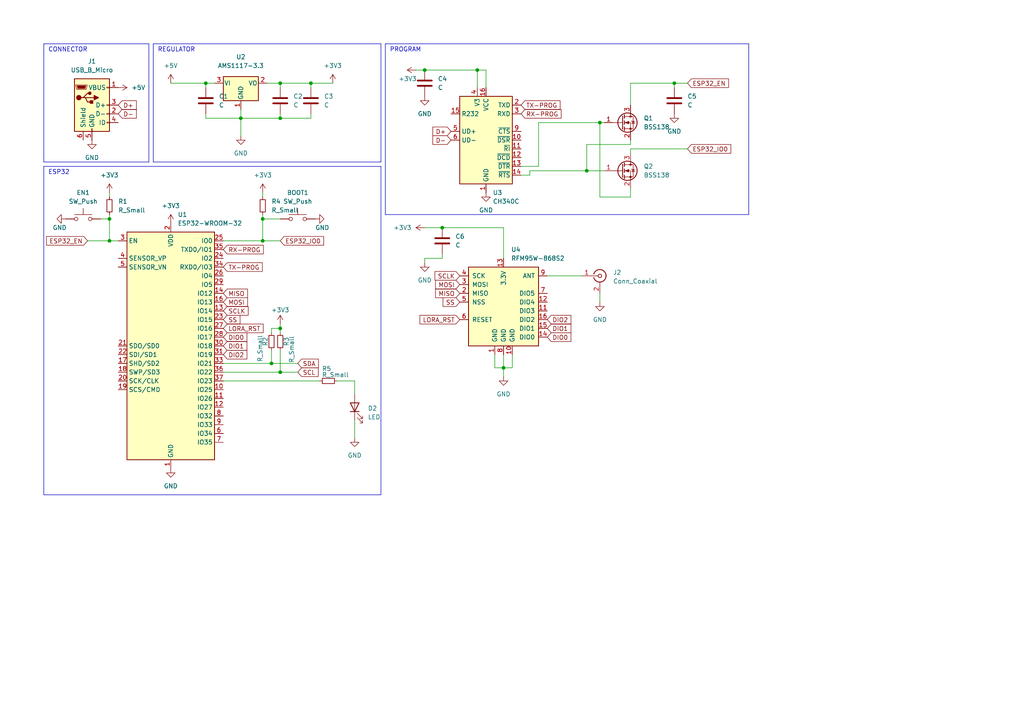
<source format=kicad_sch>
(kicad_sch (version 20231120) (generator "eeschema") (generator_version "8.0")
  (paper "A4")
  (lib_symbols
    (symbol "Connector:Conn_Coaxial" (pin_names (offset 1.016) hide)
      (property "Reference" "J" (at 0.254 3.048 0))
      (property "Value" "Conn_Coaxial" (at 2.921 0 90))
      (symbol "Conn_Coaxial_0_1"
        (arc (start -1.778 -0.508) (mid 0.2311 -1.8066) (end 1.778 0) (stroke (width 0.254)))
        (polyline (pts (xy -2.54 0) (xy -0.508 0)))
        (polyline (pts (xy 0 -2.54) (xy 0 -1.778)))
        (circle (center 0 0) (radius 0.508) (stroke (width 0.2032)))
        (arc (start 1.778 0) (mid 0.2099 1.8101) (end -1.778 0.508) (stroke (width 0.254)))
      )
      (symbol "Conn_Coaxial_1_1"
        (pin passive line (at -5.08 0 0) (length 2.54) (name "In") (number "1"))
        (pin passive line (at 0 -5.08 90) (length 2.54) (name "Ext") (number "2"))
      )
    )
    (symbol "Connector:USB_B_Micro" (pin_names (offset 1.016))
      (property "Reference" "J" (at -5.08 11.43 0))
      (property "Value" "USB_B_Micro" (at -5.08 8.89 0))
      (symbol "USB_B_Micro_0_1"
        (rectangle (start -5.08 -7.62) (end 5.08 7.62) (stroke (width 0.254)) (fill (type background)))
        (circle (center -3.81 2.159) (radius 0.635) (stroke (width 0.254)) (fill (type outline)))
        (circle (center -0.635 3.429) (radius 0.381) (stroke (width 0.254)) (fill (type outline)))
        (rectangle (start -0.127 -7.62) (end 0.127 -6.858))
        (polyline (pts (xy -1.905 2.159) (xy 0.635 2.159)) (stroke (width 0.254)))
        (polyline (pts (xy -3.175 2.159) (xy -2.54 2.159) (xy -1.27 3.429) (xy -0.635 3.429)) (stroke (width 0.254)))
        (polyline (pts (xy -2.54 2.159) (xy -1.905 2.159) (xy -1.27 0.889) (xy 0 0.889)) (stroke (width 0.254)))
        (polyline (pts (xy 0.635 2.794) (xy 0.635 1.524) (xy 1.905 2.159) (xy 0.635 2.794)) (stroke (width 0.254)) (fill (type outline)))
        (polyline (pts (xy -4.318 5.588) (xy -1.778 5.588) (xy -2.032 4.826) (xy -4.064 4.826) (xy -4.318 5.588)) (fill (type outline)))
        (polyline (pts (xy -4.699 5.842) (xy -4.699 5.588) (xy -4.445 4.826) (xy -4.445 4.572) (xy -1.651 4.572) (xy -1.651 4.826) (xy -1.397 5.588) (xy -1.397 5.842) (xy -4.699 5.842)))
        (rectangle (start 0.254 1.27) (end -0.508 0.508) (stroke (width 0.254)) (fill (type outline)))
        (rectangle (start 5.08 -5.207) (end 4.318 -4.953))
        (rectangle (start 5.08 -2.667) (end 4.318 -2.413))
        (rectangle (start 5.08 -0.127) (end 4.318 0.127))
        (rectangle (start 5.08 4.953) (end 4.318 5.207))
      )
      (symbol "USB_B_Micro_1_1"
        (pin power_out line (at 7.62 5.08 180) (length 2.54) (name "VBUS") (number "1"))
        (pin bidirectional line (at 7.62 -2.54 180) (length 2.54) (name "D-") (number "2"))
        (pin bidirectional line (at 7.62 0 180) (length 2.54) (name "D+") (number "3"))
        (pin passive line (at 7.62 -5.08 180) (length 2.54) (name "ID") (number "4"))
        (pin power_out line (at 0 -10.16 90) (length 2.54) (name "GND") (number "5"))
        (pin passive line (at -2.54 -10.16 90) (length 2.54) (name "Shield") (number "6"))
      )
    )
    (symbol "Device:C" (pin_numbers hide) (pin_names (offset 0.254))
      (property "Reference" "C" (at 0.635 2.54 0))
      (property "Value" "C" (at 0.635 -2.54 0))
      (symbol "C_0_1"
        (polyline (pts (xy -2.032 -0.762) (xy 2.032 -0.762)) (stroke (width 0.508)))
        (polyline (pts (xy -2.032 0.762) (xy 2.032 0.762)) (stroke (width 0.508)))
      )
      (symbol "C_1_1"
        (pin passive line (at 0 3.81 270) (length 2.794) (name "~") (number "1"))
        (pin passive line (at 0 -3.81 90) (length 2.794) (name "~") (number "2"))
      )
    )
    (symbol "Device:LED" (pin_numbers hide) (pin_names (offset 1.016) hide)
      (property "Reference" "D" (at 0 2.54 0))
      (property "Value" "LED" (at 0 -2.54 0))
      (symbol "LED_0_1"
        (polyline (pts (xy -1.27 -1.27) (xy -1.27 1.27)) (stroke (width 0.254)))
        (polyline (pts (xy -1.27 0) (xy 1.27 0)))
        (polyline (pts (xy 1.27 -1.27) (xy 1.27 1.27) (xy -1.27 0) (xy 1.27 -1.27)) (stroke (width 0.254)))
        (polyline (pts (xy -3.048 -0.762) (xy -4.572 -2.286) (xy -3.81 -2.286) (xy -4.572 -2.286) (xy -4.572 -1.524)))
        (polyline (pts (xy -1.778 -0.762) (xy -3.302 -2.286) (xy -2.54 -2.286) (xy -3.302 -2.286) (xy -3.302 -1.524)))
      )
      (symbol "LED_1_1"
        (pin passive line (at -3.81 0 0) (length 2.54) (name "K") (number "1"))
        (pin passive line (at 3.81 0 180) (length 2.54) (name "A") (number "2"))
      )
    )
    (symbol "Device:R_Small" (pin_numbers hide) (pin_names (offset 0.254) hide)
      (property "Reference" "R" (at 0.762 0.508 0))
      (property "Value" "R_Small" (at 0.762 -1.016 0))
      (symbol "R_Small_0_1"
        (rectangle (start -0.762 1.778) (end 0.762 -1.778) (stroke (width 0.2032)))
      )
      (symbol "R_Small_1_1"
        (pin passive line (at 0 2.54 270) (length 0.762) (name "~") (number "1"))
        (pin passive line (at 0 -2.54 90) (length 0.762) (name "~") (number "2"))
      )
    )
    (symbol "Interface_USB:CH340C"
      (property "Reference" "U" (at -5.08 13.97 0))
      (property "Value" "CH340C" (at 1.27 13.97 0))
      (symbol "CH340C_0_1"
        (rectangle (start -7.62 12.7) (end 7.62 -12.7) (stroke (width 0.254)) (fill (type background)))
      )
      (symbol "CH340C_1_1"
        (pin power_in line (at 0 -15.24 90) (length 2.54) (name "GND") (number "1"))
        (pin input line (at 10.16 0 180) (length 2.54) (name "~{DSR}") (number "10"))
        (pin input line (at 10.16 -2.54 180) (length 2.54) (name "~{RI}") (number "11"))
        (pin input line (at 10.16 -5.08 180) (length 2.54) (name "~{DCD}") (number "12"))
        (pin output line (at 10.16 -7.62 180) (length 2.54) (name "~{DTR}") (number "13"))
        (pin output line (at 10.16 -10.16 180) (length 2.54) (name "~{RTS}") (number "14"))
        (pin input line (at -10.16 7.62 0) (length 2.54) (name "R232") (number "15"))
        (pin power_in line (at 0 15.24 270) (length 2.54) (name "VCC") (number "16"))
        (pin output line (at 10.16 10.16 180) (length 2.54) (name "TXD") (number "2"))
        (pin input line (at 10.16 7.62 180) (length 2.54) (name "RXD") (number "3"))
        (pin passive line (at -2.54 15.24 270) (length 2.54) (name "V3") (number "4"))
        (pin bidirectional line (at -10.16 2.54 0) (length 2.54) (name "UD+") (number "5"))
        (pin bidirectional line (at -10.16 0 0) (length 2.54) (name "UD-") (number "6"))
        (pin no_connect line (at -7.62 -7.62 0) (length 2.54) hide (name "NC") (number "7"))
        (pin no_connect line (at -7.62 -10.16 0) (length 2.54) hide (name "NC") (number "8"))
        (pin input line (at 10.16 2.54 180) (length 2.54) (name "~{CTS}") (number "9"))
      )
    )
    (symbol "RF_Module:ESP32-WROOM-32"
      (property "Reference" "U" (at -12.7 34.29 0))
      (property "Value" "ESP32-WROOM-32" (at 1.27 34.29 0))
      (symbol "ESP32-WROOM-32_0_1"
        (rectangle (start -12.7 33.02) (end 12.7 -33.02) (stroke (width 0.254)) (fill (type background)))
      )
      (symbol "ESP32-WROOM-32_1_1"
        (pin power_in line (at 0 -35.56 90) (length 2.54) (name "GND") (number "1"))
        (pin bidirectional line (at 15.24 -12.7 180) (length 2.54) (name "IO25") (number "10"))
        (pin bidirectional line (at 15.24 -15.24 180) (length 2.54) (name "IO26") (number "11"))
        (pin bidirectional line (at 15.24 -17.78 180) (length 2.54) (name "IO27") (number "12"))
        (pin bidirectional line (at 15.24 10.16 180) (length 2.54) (name "IO14") (number "13"))
        (pin bidirectional line (at 15.24 15.24 180) (length 2.54) (name "IO12") (number "14"))
        (pin passive line (at 0 -35.56 90) (length 2.54) hide (name "GND") (number "15"))
        (pin bidirectional line (at 15.24 12.7 180) (length 2.54) (name "IO13") (number "16"))
        (pin bidirectional line (at -15.24 -5.08 0) (length 2.54) (name "SHD/SD2") (number "17"))
        (pin bidirectional line (at -15.24 -7.62 0) (length 2.54) (name "SWP/SD3") (number "18"))
        (pin bidirectional line (at -15.24 -12.7 0) (length 2.54) (name "SCS/CMD") (number "19"))
        (pin power_in line (at 0 35.56 270) (length 2.54) (name "VDD") (number "2"))
        (pin bidirectional line (at -15.24 -10.16 0) (length 2.54) (name "SCK/CLK") (number "20"))
        (pin bidirectional line (at -15.24 0 0) (length 2.54) (name "SDO/SD0") (number "21"))
        (pin bidirectional line (at -15.24 -2.54 0) (length 2.54) (name "SDI/SD1") (number "22"))
        (pin bidirectional line (at 15.24 7.62 180) (length 2.54) (name "IO15") (number "23"))
        (pin bidirectional line (at 15.24 25.4 180) (length 2.54) (name "IO2") (number "24"))
        (pin bidirectional line (at 15.24 30.48 180) (length 2.54) (name "IO0") (number "25"))
        (pin bidirectional line (at 15.24 20.32 180) (length 2.54) (name "IO4") (number "26"))
        (pin bidirectional line (at 15.24 5.08 180) (length 2.54) (name "IO16") (number "27"))
        (pin bidirectional line (at 15.24 2.54 180) (length 2.54) (name "IO17") (number "28"))
        (pin bidirectional line (at 15.24 17.78 180) (length 2.54) (name "IO5") (number "29"))
        (pin input line (at -15.24 30.48 0) (length 2.54) (name "EN") (number "3"))
        (pin bidirectional line (at 15.24 0 180) (length 2.54) (name "IO18") (number "30"))
        (pin bidirectional line (at 15.24 -2.54 180) (length 2.54) (name "IO19") (number "31"))
        (pin no_connect line (at -12.7 -27.94 0) (length 2.54) hide (name "NC") (number "32"))
        (pin bidirectional line (at 15.24 -5.08 180) (length 2.54) (name "IO21") (number "33"))
        (pin bidirectional line (at 15.24 22.86 180) (length 2.54) (name "RXD0/IO3") (number "34"))
        (pin bidirectional line (at 15.24 27.94 180) (length 2.54) (name "TXD0/IO1") (number "35"))
        (pin bidirectional line (at 15.24 -7.62 180) (length 2.54) (name "IO22") (number "36"))
        (pin bidirectional line (at 15.24 -10.16 180) (length 2.54) (name "IO23") (number "37"))
        (pin passive line (at 0 -35.56 90) (length 2.54) hide (name "GND") (number "38"))
        (pin passive line (at 0 -35.56 90) (length 2.54) hide (name "GND") (number "39"))
        (pin input line (at -15.24 25.4 0) (length 2.54) (name "SENSOR_VP") (number "4"))
        (pin input line (at -15.24 22.86 0) (length 2.54) (name "SENSOR_VN") (number "5"))
        (pin input line (at 15.24 -25.4 180) (length 2.54) (name "IO34") (number "6"))
        (pin input line (at 15.24 -27.94 180) (length 2.54) (name "IO35") (number "7"))
        (pin bidirectional line (at 15.24 -20.32 180) (length 2.54) (name "IO32") (number "8"))
        (pin bidirectional line (at 15.24 -22.86 180) (length 2.54) (name "IO33") (number "9"))
      )
    )
    (symbol "RF_Module:RFM95W-868S2" (pin_names (offset 1.016))
      (property "Reference" "U" (at -10.414 11.684 0))
      (property "Value" "RFM95W-868S2" (at 1.524 11.43 0))
      (symbol "RFM95W-868S2_0_1"
        (rectangle (start -10.16 10.16) (end 10.16 -12.7) (stroke (width 0.254)) (fill (type background)))
      )
      (symbol "RFM95W-868S2_1_1"
        (pin power_in line (at -2.54 -15.24 90) (length 2.54) (name "GND") (number "1"))
        (pin power_in line (at 2.54 -15.24 90) (length 2.54) (name "GND") (number "10"))
        (pin bidirectional line (at 12.7 -2.54 180) (length 2.54) (name "DIO3") (number "11"))
        (pin bidirectional line (at 12.7 0 180) (length 2.54) (name "DIO4") (number "12"))
        (pin power_in line (at 0 12.7 270) (length 2.54) (name "3.3V") (number "13"))
        (pin bidirectional line (at 12.7 -10.16 180) (length 2.54) (name "DIO0") (number "14"))
        (pin bidirectional line (at 12.7 -7.62 180) (length 2.54) (name "DIO1") (number "15"))
        (pin bidirectional line (at 12.7 -5.08 180) (length 2.54) (name "DIO2") (number "16"))
        (pin output line (at -12.7 2.54 0) (length 2.54) (name "MISO") (number "2"))
        (pin input line (at -12.7 5.08 0) (length 2.54) (name "MOSI") (number "3"))
        (pin input line (at -12.7 7.62 0) (length 2.54) (name "SCK") (number "4"))
        (pin input line (at -12.7 0 0) (length 2.54) (name "NSS") (number "5"))
        (pin bidirectional line (at -12.7 -5.08 0) (length 2.54) (name "RESET") (number "6"))
        (pin bidirectional line (at 12.7 2.54 180) (length 2.54) (name "DIO5") (number "7"))
        (pin power_in line (at 0 -15.24 90) (length 2.54) (name "GND") (number "8"))
        (pin bidirectional line (at 12.7 7.62 180) (length 2.54) (name "ANT") (number "9"))
      )
    )
    (symbol "Regulator_Linear:AMS1117-3.3" (pin_names (offset 0.254))
      (property "Reference" "U" (at -3.81 3.175 0))
      (property "Value" "AMS1117-3.3" (at 0 3.175 0))
      (symbol "AMS1117-3.3_0_1"
        (rectangle (start -5.08 -5.08) (end 5.08 1.905) (stroke (width 0.254)) (fill (type background)))
      )
      (symbol "AMS1117-3.3_1_1"
        (pin power_in line (at 0 -7.62 90) (length 2.54) (name "GND") (number "1"))
        (pin power_out line (at 7.62 0 180) (length 2.54) (name "VO") (number "2"))
        (pin power_in line (at -7.62 0 0) (length 2.54) (name "VI") (number "3"))
      )
    )
    (symbol "Switch:SW_Push" (pin_numbers hide) (pin_names (offset 1.016) hide)
      (property "Reference" "SW" (at 1.27 2.54 0))
      (property "Value" "SW_Push" (at 0 -1.524 0))
      (symbol "SW_Push_0_1"
        (circle (center -2.032 0) (radius 0.508))
        (polyline (pts (xy 0 1.27) (xy 0 3.048)))
        (polyline (pts (xy 2.54 1.27) (xy -2.54 1.27)))
        (circle (center 2.032 0) (radius 0.508))
        (pin passive line (at -5.08 0 0) (length 2.54) (name "1") (number "1"))
        (pin passive line (at 5.08 0 180) (length 2.54) (name "2") (number "2"))
      )
    )
    (symbol "Transistor_FET:BSS138" (pin_names hide)
      (property "Reference" "Q" (at 5.08 1.905 0))
      (property "Value" "BSS138" (at 5.08 0 0))
      (symbol "BSS138_0_1"
        (polyline (pts (xy 0.254 0) (xy -2.54 0)))
        (polyline (pts (xy 0.254 1.905) (xy 0.254 -1.905)) (stroke (width 0.254)))
        (polyline (pts (xy 0.762 -1.27) (xy 0.762 -2.286)) (stroke (width 0.254)))
        (polyline (pts (xy 0.762 0.508) (xy 0.762 -0.508)) (stroke (width 0.254)))
        (polyline (pts (xy 0.762 2.286) (xy 0.762 1.27)) (stroke (width 0.254)))
        (polyline (pts (xy 2.54 2.54) (xy 2.54 1.778)))
        (polyline (pts (xy 2.54 -2.54) (xy 2.54 0) (xy 0.762 0)))
        (polyline (pts (xy 0.762 -1.778) (xy 3.302 -1.778) (xy 3.302 1.778) (xy 0.762 1.778)))
        (polyline (pts (xy 1.016 0) (xy 2.032 0.381) (xy 2.032 -0.381) (xy 1.016 0)) (fill (type outline)))
        (polyline (pts (xy 2.794 0.508) (xy 2.921 0.381) (xy 3.683 0.381) (xy 3.81 0.254)))
        (polyline (pts (xy 3.302 0.381) (xy 2.921 -0.254) (xy 3.683 -0.254) (xy 3.302 0.381)))
        (circle (center 1.651 0) (radius 2.794) (stroke (width 0.254)))
        (circle (center 2.54 -1.778) (radius 0.254) (fill (type outline)))
        (circle (center 2.54 1.778) (radius 0.254) (fill (type outline)))
      )
      (symbol "BSS138_1_1"
        (pin input line (at -5.08 0 0) (length 2.54) (name "G") (number "1"))
        (pin passive line (at 2.54 -5.08 90) (length 2.54) (name "S") (number "2"))
        (pin passive line (at 2.54 5.08 270) (length 2.54) (name "D") (number "3"))
      )
    )
    (symbol "power:+3V3" (power) (pin_names (offset 0))
      (property "Value" "+3V3" (at 0 3.556 0))
      (symbol "+3V3_0_1"
        (polyline (pts (xy -0.762 1.27) (xy 0 2.54)))
        (polyline (pts (xy 0 0) (xy 0 2.54)))
        (polyline (pts (xy 0 2.54) (xy 0.762 1.27)))
      )
      (symbol "+3V3_1_1"
        (pin power_in line (at 0 0 90) (length 0) hide (name "+3V3") (number "1"))
      )
    )
    (symbol "power:+5V" (power) (pin_names (offset 0))
      (property "Value" "+5V" (at 0 3.556 0))
      (symbol "+5V_0_1"
        (polyline (pts (xy -0.762 1.27) (xy 0 2.54)))
        (polyline (pts (xy 0 0) (xy 0 2.54)))
        (polyline (pts (xy 0 2.54) (xy 0.762 1.27)))
      )
      (symbol "+5V_1_1"
        (pin power_in line (at 0 0 90) (length 0) hide (name "+5V") (number "1"))
      )
    )
    (symbol "power:GND" (power) (pin_names (offset 0))
      (property "Value" "GND" (at 0 -3.81 0))
      (symbol "GND_0_1"
        (polyline (pts (xy 0 0) (xy 0 -1.27) (xy 1.27 -1.27) (xy 0 -2.54) (xy -1.27 -1.27) (xy 0 -1.27)))
      )
      (symbol "GND_1_1"
        (pin power_in line (at 0 0 270) (length 0) hide (name "GND") (number "1"))
      )
    )
  )
  (junction (at 81.28 24.13))
  (junction (at 170.18 49.53))
  (junction (at 81.28 95.25))
  (junction (at 81.28 107.95))
  (junction (at 69.85 34.29))
  (junction (at 76.2 63.5))
  (junction (at 31.75 69.85))
  (junction (at 31.75 63.5))
  (junction (at 78.74 105.41))
  (junction (at 146.05 106.68))
  (junction (at 123.19 20.32))
  (junction (at 90.17 24.13))
  (junction (at 173.99 35.56))
  (junction (at 76.2 69.85))
  (junction (at 128.27 66.04))
  (junction (at 138.43 20.32))
  (junction (at 195.58 24.13))
  (junction (at 81.28 34.29))
  (junction (at 59.69 24.13))
  (wire (pts (xy 69.85 31.75) (xy 69.85 34.29)))
  (polyline (pts (xy 44.45 12.7) (xy 110.49 12.7)))
  (wire (pts (xy 182.88 40.64) (xy 182.88 41.91)))
  (wire (pts (xy 86.36 107.95) (xy 81.28 107.95)))
  (wire (pts (xy 182.88 54.61) (xy 182.88 57.15)))
  (wire (pts (xy 81.28 24.13) (xy 90.17 24.13)))
  (wire (pts (xy 182.88 30.48) (xy 182.88 24.13)))
  (wire (pts (xy 78.74 95.25) (xy 81.28 95.25)))
  (wire (pts (xy 49.53 24.13) (xy 59.69 24.13)))
  (wire (pts (xy 153.67 49.53) (xy 170.18 49.53)))
  (polyline (pts (xy 217.17 62.23) (xy 217.17 12.7)))
  (wire (pts (xy 78.74 101.6) (xy 78.74 105.41)))
  (wire (pts (xy 195.58 24.13) (xy 195.58 25.4)))
  (wire (pts (xy 173.99 57.15) (xy 173.99 35.56)))
  (wire (pts (xy 156.21 35.56) (xy 156.21 48.26)))
  (polyline (pts (xy 12.7 12.7) (xy 12.7 46.99)))
  (polyline (pts (xy 110.49 12.7) (xy 110.49 46.99)))
  (wire (pts (xy 151.13 50.8) (xy 153.67 50.8)))
  (wire (pts (xy 128.27 73.66) (xy 128.27 74.93)))
  (wire (pts (xy 81.28 33.02) (xy 81.28 34.29)))
  (polyline (pts (xy 217.17 12.7) (xy 111.76 12.7)))
  (wire (pts (xy 138.43 25.4) (xy 138.43 20.32)))
  (polyline (pts (xy 12.7 48.26) (xy 12.7 143.51)))
  (polyline (pts (xy 111.76 62.23) (xy 217.17 62.23)))
  (wire (pts (xy 81.28 101.6) (xy 81.28 107.95)))
  (polyline (pts (xy 110.49 46.99) (xy 44.45 46.99)))
  (wire (pts (xy 143.51 102.87) (xy 143.51 106.68)))
  (wire (pts (xy 31.75 55.88) (xy 31.75 57.15)))
  (wire (pts (xy 64.77 110.49) (xy 92.71 110.49)))
  (polyline (pts (xy 12.7 143.51) (xy 110.49 143.51)))
  (wire (pts (xy 76.2 69.85) (xy 64.77 69.85)))
  (wire (pts (xy 182.88 43.18) (xy 199.39 43.18)))
  (wire (pts (xy 97.79 110.49) (xy 102.87 110.49)))
  (wire (pts (xy 76.2 55.88) (xy 76.2 57.15)))
  (wire (pts (xy 25.4 69.85) (xy 31.75 69.85)))
  (wire (pts (xy 31.75 69.85) (xy 34.29 69.85)))
  (wire (pts (xy 69.85 34.29) (xy 69.85 39.37)))
  (wire (pts (xy 77.47 24.13) (xy 81.28 24.13)))
  (wire (pts (xy 151.13 48.26) (xy 156.21 48.26)))
  (wire (pts (xy 148.59 102.87) (xy 148.59 106.68)))
  (wire (pts (xy 78.74 96.52) (xy 78.74 95.25)))
  (wire (pts (xy 146.05 74.93) (xy 146.05 66.04)))
  (wire (pts (xy 81.28 95.25) (xy 81.28 96.52)))
  (wire (pts (xy 182.88 57.15) (xy 173.99 57.15)))
  (wire (pts (xy 64.77 107.95) (xy 81.28 107.95)))
  (wire (pts (xy 90.17 34.29) (xy 81.28 34.29)))
  (wire (pts (xy 86.36 105.41) (xy 78.74 105.41)))
  (polyline (pts (xy 43.18 46.99) (xy 43.18 12.7)))
  (wire (pts (xy 81.28 34.29) (xy 69.85 34.29)))
  (wire (pts (xy 102.87 110.49) (xy 102.87 114.3)))
  (wire (pts (xy 182.88 44.45) (xy 182.88 43.18)))
  (wire (pts (xy 146.05 106.68) (xy 143.51 106.68)))
  (wire (pts (xy 170.18 41.91) (xy 170.18 49.53)))
  (polyline (pts (xy 110.49 48.26) (xy 12.7 48.26)))
  (wire (pts (xy 123.19 74.93) (xy 123.19 76.2)))
  (wire (pts (xy 140.97 25.4) (xy 140.97 20.32)))
  (wire (pts (xy 31.75 69.85) (xy 31.75 63.5)))
  (wire (pts (xy 173.99 85.09) (xy 173.99 87.63)))
  (wire (pts (xy 90.17 24.13) (xy 96.52 24.13)))
  (wire (pts (xy 175.26 49.53) (xy 170.18 49.53)))
  (wire (pts (xy 128.27 74.93) (xy 123.19 74.93)))
  (wire (pts (xy 146.05 106.68) (xy 146.05 109.22)))
  (wire (pts (xy 120.65 20.32) (xy 123.19 20.32)))
  (wire (pts (xy 123.19 20.32) (xy 138.43 20.32)))
  (wire (pts (xy 148.59 106.68) (xy 146.05 106.68)))
  (polyline (pts (xy 110.49 121.92) (xy 110.49 143.51)))
  (wire (pts (xy 76.2 62.23) (xy 76.2 63.5)))
  (polyline (pts (xy 12.7 46.99) (xy 43.18 46.99)))
  (wire (pts (xy 182.88 41.91) (xy 170.18 41.91)))
  (wire (pts (xy 76.2 69.85) (xy 76.2 63.5)))
  (wire (pts (xy 156.21 35.56) (xy 173.99 35.56)))
  (wire (pts (xy 64.77 105.41) (xy 78.74 105.41)))
  (wire (pts (xy 76.2 63.5) (xy 81.28 63.5)))
  (wire (pts (xy 59.69 33.02) (xy 59.69 34.29)))
  (wire (pts (xy 140.97 20.32) (xy 138.43 20.32)))
  (polyline (pts (xy 43.18 12.7) (xy 12.7 12.7)))
  (wire (pts (xy 81.28 25.4) (xy 81.28 24.13)))
  (wire (pts (xy 90.17 33.02) (xy 90.17 34.29)))
  (wire (pts (xy 59.69 24.13) (xy 62.23 24.13)))
  (polyline (pts (xy 44.45 46.99) (xy 44.45 12.7)))
  (wire (pts (xy 31.75 62.23) (xy 31.75 63.5)))
  (wire (pts (xy 195.58 24.13) (xy 199.39 24.13)))
  (wire (pts (xy 31.75 63.5) (xy 29.21 63.5)))
  (polyline (pts (xy 110.49 121.92) (xy 110.49 48.26)))
  (wire (pts (xy 173.99 35.56) (xy 175.26 35.56)))
  (wire (pts (xy 59.69 24.13) (xy 59.69 25.4)))
  (wire (pts (xy 182.88 24.13) (xy 195.58 24.13)))
  (wire (pts (xy 153.67 50.8) (xy 153.67 49.53)))
  (wire (pts (xy 90.17 25.4) (xy 90.17 24.13)))
  (wire (pts (xy 146.05 102.87) (xy 146.05 106.68)))
  (wire (pts (xy 146.05 66.04) (xy 128.27 66.04)))
  (polyline (pts (xy 111.76 12.7) (xy 111.76 62.23)))
  (wire (pts (xy 158.75 80.01) (xy 168.91 80.01)))
  (wire (pts (xy 59.69 34.29) (xy 69.85 34.29)))
  (wire (pts (xy 102.87 121.92) (xy 102.87 127)))
  (wire (pts (xy 81.28 69.85) (xy 76.2 69.85)))
  (wire (pts (xy 123.19 66.04) (xy 128.27 66.04)))
  (wire (pts (xy 81.28 93.98) (xy 81.28 95.25)))
  (text "ESP32\n" (at 13.97 50.8 0) (effects (font (size 1.27 1.27)) (justify left bottom)))
  (text "PROGRAM" (at 113.03 15.24 0) (effects (font (size 1.27 1.27)) (justify left bottom)))
  (text "REGULATOR" (at 45.72 15.24 0) (effects (font (size 1.27 1.27)) (justify left bottom)))
  (text "CONNECTOR" (at 13.97 15.24 0) (effects (font (size 1.27 1.27)) (justify left bottom)))
  (global_label "DIO1" (shape input) (at 158.75 95.25 0) (property "Intersheetrefs" "${INTERSHEET_REFS}" (effects (hide yes))))
  (global_label "LORA_RST" (shape input) (at 133.35 92.71 180) (property "Intersheetrefs" "${INTERSHEET_REFS}" (effects (hide yes))))
  (global_label "MOSI" (shape input) (at 133.35 82.55 180) (property "Intersheetrefs" "${INTERSHEET_REFS}" (effects (hide yes))))
  (global_label "SCLK" (shape input) (at 133.35 80.01 180) (property "Intersheetrefs" "${INTERSHEET_REFS}" (effects (hide yes))))
  (global_label "DIO0" (shape input) (at 158.75 97.79 0) (property "Intersheetrefs" "${INTERSHEET_REFS}" (effects (hide yes))))
  (global_label "TX-PROG" (shape input) (at 64.77 77.47 0) (property "Intersheetrefs" "${INTERSHEET_REFS}" (effects (hide yes))))
  (global_label "MOSI" (shape input) (at 64.77 87.63 0) (property "Intersheetrefs" "${INTERSHEET_REFS}" (effects (hide yes))))
  (global_label "MISO" (shape input) (at 133.35 85.09 180) (property "Intersheetrefs" "${INTERSHEET_REFS}" (effects (hide yes))))
  (global_label "SS" (shape input) (at 64.77 92.71 0) (property "Intersheetrefs" "${INTERSHEET_REFS}" (effects (hide yes))))
  (global_label "ESP32_IO0" (shape input) (at 81.28 69.85 0) (property "Intersheetrefs" "${INTERSHEET_REFS}" (effects (hide yes))))
  (global_label "DIO1" (shape input) (at 64.77 100.33 0) (property "Intersheetrefs" "${INTERSHEET_REFS}" (effects (hide yes))))
  (global_label "TX-PROG" (shape input) (at 151.13 30.48 0) (property "Intersheetrefs" "${INTERSHEET_REFS}" (effects (hide yes))))
  (global_label "D-" (shape input) (at 130.81 40.64 180) (property "Intersheetrefs" "${INTERSHEET_REFS}" (effects (hide yes))))
  (global_label "D+" (shape input) (at 130.81 38.1 180) (property "Intersheetrefs" "${INTERSHEET_REFS}" (effects (hide yes))))
  (global_label "ESP32_IO0" (shape input) (at 199.39 43.18 0) (property "Intersheetrefs" "${INTERSHEET_REFS}" (effects (hide yes))))
  (global_label "LORA_RST" (shape input) (at 64.77 95.25 0) (property "Intersheetrefs" "${INTERSHEET_REFS}" (effects (hide yes))))
  (global_label "DIO2" (shape input) (at 64.77 102.87 0) (property "Intersheetrefs" "${INTERSHEET_REFS}" (effects (hide yes))))
  (global_label "D-" (shape input) (at 34.29 33.02 0) (property "Intersheetrefs" "${INTERSHEET_REFS}" (effects (hide yes))))
  (global_label "SCL" (shape input) (at 86.36 107.95 0) (property "Intersheetrefs" "${INTERSHEET_REFS}" (effects (hide yes))))
  (global_label "DIO2" (shape input) (at 158.75 92.71 0) (property "Intersheetrefs" "${INTERSHEET_REFS}" (effects (hide yes))))
  (global_label "SS" (shape input) (at 133.35 87.63 180) (property "Intersheetrefs" "${INTERSHEET_REFS}" (effects (hide yes))))
  (global_label "ESP32_EN" (shape input) (at 25.4 69.85 180) (property "Intersheetrefs" "${INTERSHEET_REFS}" (effects (hide yes))))
  (global_label "DIO0" (shape input) (at 64.77 97.79 0) (property "Intersheetrefs" "${INTERSHEET_REFS}" (effects (hide yes))))
  (global_label "SDA" (shape input) (at 86.36 105.41 0) (property "Intersheetrefs" "${INTERSHEET_REFS}" (effects (hide yes))))
  (global_label "RX-PROG" (shape input) (at 64.77 72.39 0) (property "Intersheetrefs" "${INTERSHEET_REFS}" (effects (hide yes))))
  (global_label "D+" (shape input) (at 34.29 30.48 0) (property "Intersheetrefs" "${INTERSHEET_REFS}" (effects (hide yes))))
  (global_label "SCLK" (shape input) (at 64.77 90.17 0) (property "Intersheetrefs" "${INTERSHEET_REFS}" (effects (hide yes))))
  (global_label "ESP32_EN" (shape input) (at 199.39 24.13 0) (property "Intersheetrefs" "${INTERSHEET_REFS}" (effects (hide yes))))
  (global_label "RX-PROG" (shape input) (at 151.13 33.02 0) (property "Intersheetrefs" "${INTERSHEET_REFS}" (effects (hide yes))))
  (global_label "MISO" (shape input) (at 64.77 85.09 0) (property "Intersheetrefs" "${INTERSHEET_REFS}" (effects (hide yes))))
  (symbol (lib_id "power:+3V3") (at 123.19 66.04 90) (unit 1)
    (property "Reference" "#PWR018" (effects (hide yes)))
    (property "Value" "+3V3" (at 119.38 66.0399 90) (effects (justify left)))
  )
  (symbol (lib_id "power:GND") (at 69.85 39.37 0) (unit 1)
    (property "Reference" "#PWR08" (effects (hide yes)))
    (property "Value" "GND" (at 69.85 44.45 0))
  )
  (symbol (lib_id "Switch:SW_Push") (at 24.13 63.5 0) (unit 1)
    (property "Reference" "EN1" (at 24.13 55.88 0))
    (property "Value" "SW_Push" (at 24.13 58.42 0))
    (property "Footprint" "Button_Switch_SMD:SW_SPST_FSMSM" (effects (hide yes)))
  )
  (symbol (lib_id "Device:LED") (at 102.87 118.11 90) (unit 1)
    (property "Reference" "D2" (at 106.68 118.4274 90) (effects (justify right)))
    (property "Value" "LED" (at 106.68 120.9674 90) (effects (justify right)))
    (property "Footprint" "LED_SMD:LED_0603_1608Metric" (effects (hide yes)))
  )
  (symbol (lib_id "power:+5V") (at 49.53 24.13 0) (unit 1)
    (property "Reference" "#PWR05" (effects (hide yes)))
    (property "Value" "+5V" (at 49.53 19.05 0))
  )
  (symbol (lib_id "Device:R_Small") (at 76.2 59.69 0) (unit 1)
    (property "Reference" "R4" (at 78.74 58.4199 0) (effects (justify left)))
    (property "Value" "R_Small" (at 78.74 60.9599 0) (effects (justify left)))
    (property "Footprint" "Resistor_SMD:R_0603_1608Metric" (effects (hide yes)))
  )
  (symbol (lib_id "RF_Module:ESP32-WROOM-32") (at 49.53 100.33 0) (unit 1)
    (property "Reference" "U1" (at 51.5494 62.23 0) (effects (justify left)))
    (property "Value" "ESP32-WROOM-32" (at 51.5494 64.77 0) (effects (justify left)))
    (property "Footprint" "RF_Module:ESP32-WROOM-32" (effects (hide yes)))
    (property "Datasheet" "https://www.espressif.com/sites/default/files/documentation/esp32-wroom-32_datasheet_en.pdf" (effects (hide yes)))
  )
  (symbol (lib_id "power:GND") (at 173.99 87.63 0) (unit 1)
    (property "Reference" "#PWR021" (effects (hide yes)))
    (property "Value" "GND" (at 173.99 92.71 0))
  )
  (symbol (lib_id "Connector:Conn_Coaxial") (at 173.99 80.01 0) (unit 1)
    (property "Reference" "J2" (at 177.8 79.0331 0) (effects (justify left)))
    (property "Value" "Conn_Coaxial" (at 177.8 81.5731 0) (effects (justify left)))
    (property "Description" "coaxial connector (BNC, SMA, SMB, SMC, Cinch/RCA, LEMO, ...)" (effects (hide yes)))
  )
  (symbol (lib_id "RF_Module:RFM95W-868S2") (at 146.05 87.63 0) (unit 1)
    (property "Reference" "U4" (at 148.2441 72.39 0) (effects (justify left)))
    (property "Value" "RFM95W-868S2" (at 148.2441 74.93 0) (effects (justify left)))
    (property "Datasheet" "https://www.hoperf.com/data/upload/portal/20181127/5bfcbea20e9ef.pdf" (effects (hide yes)))
    (property "Description" "Low power long range transceiver module, SPI and parallel interface, 868 MHz, spreading factor 6 to12, bandwidth 7.8 to 500kHz, -111 to -148 dBm, SMD-16, DIP-16" (effects (hide yes)))
  )
  (symbol (lib_id "Regulator_Linear:AMS1117-3.3") (at 69.85 24.13 0) (unit 1)
    (property "Reference" "U2" (at 69.85 16.51 0))
    (property "Value" "AMS1117-3.3" (at 69.85 19.05 0))
    (property "Footprint" "Package_TO_SOT_SMD:SOT-223-3_TabPin2" (effects (hide yes)))
    (property "Datasheet" "http://www.advanced-monolithic.com/pdf/ds1117.pdf" (effects (hide yes)))
  )
  (symbol (lib_id "Switch:SW_Push") (at 86.36 63.5 0) (unit 1)
    (property "Reference" "BOOT1" (at 86.36 55.88 0))
    (property "Value" "SW_Push" (at 86.36 58.42 0))
    (property "Footprint" "Button_Switch_SMD:SW_SPST_FSMSM" (effects (hide yes)))
  )
  (symbol (lib_id "Device:R_Small") (at 81.28 99.06 180) (unit 1)
    (property "Reference" "R3" (at 83.058 99.06 90))
    (property "Value" "R_Small" (at 84.582 101.346 90))
    (property "Footprint" "Resistor_SMD:R_0603_1608Metric" (effects (hide yes)))
  )
  (symbol (lib_id "power:GND") (at 19.05 63.5 270) (unit 1)
    (property "Reference" "#PWR01" (effects (hide yes)))
    (property "Value" "GND" (at 15.24 66.04 90) (effects (justify left)))
  )
  (symbol (lib_id "power:GND") (at 26.67 40.64 0) (unit 1)
    (property "Reference" "#PWR02" (effects (hide yes)))
    (property "Value" "GND" (at 26.67 45.72 0))
  )
  (symbol (lib_id "Device:C") (at 195.58 29.21 0) (unit 1)
    (property "Reference" "C5" (at 199.39 27.9399 0) (effects (justify left)))
    (property "Value" "C" (at 199.39 30.4799 0) (effects (justify left)))
    (property "Footprint" "Capacitor_SMD:C_0603_1608Metric" (effects (hide yes)))
  )
  (symbol (lib_id "Transistor_FET:BSS138") (at 180.34 49.53 0) (unit 1)
    (property "Reference" "Q2" (at 186.69 48.2599 0) (effects (justify left)))
    (property "Value" "BSS138" (at 186.69 50.7999 0) (effects (justify left)))
    (property "Footprint" "Package_TO_SOT_SMD:SOT-23" (effects (hide yes)))
    (property "Datasheet" "https://www.onsemi.com/pub/Collateral/BSS138-D.PDF" (effects (hide yes)))
  )
  (symbol (lib_id "Device:C") (at 90.17 29.21 0) (unit 1)
    (property "Reference" "C3" (at 93.98 27.9399 0) (effects (justify left)))
    (property "Value" "C" (at 93.98 30.4799 0) (effects (justify left)))
    (property "Footprint" "Capacitor_SMD:C_0603_1608Metric" (effects (hide yes)))
  )
  (symbol (lib_id "power:GND") (at 123.19 76.2 0) (unit 1)
    (property "Reference" "#PWR020" (effects (hide yes)))
    (property "Value" "GND" (at 123.19 81.28 0))
  )
  (symbol (lib_id "Connector:USB_B_Micro") (at 26.67 30.48 0) (unit 1)
    (property "Reference" "J1" (at 26.67 17.78 0))
    (property "Value" "USB_B_Micro" (at 26.67 20.32 0))
    (property "Footprint" "Connector_USB:USB_Micro-B_Amphenol_10118194_Horizontal" (effects (hide yes)))
    (property "Description" "USB Micro Type B connector" (effects (hide yes)))
  )
  (symbol (lib_id "power:GND") (at 49.53 135.89 0) (unit 1)
    (property "Reference" "#PWR07" (effects (hide yes)))
    (property "Value" "GND" (at 49.53 140.97 0))
  )
  (symbol (lib_id "Device:C") (at 128.27 69.85 0) (unit 1)
    (property "Reference" "C6" (at 132.08 68.5799 0) (effects (justify left)))
    (property "Value" "C" (at 132.08 71.1199 0) (effects (justify left)))
    (property "Footprint" "Capacitor_SMD:C_0603_1608Metric" (effects (hide yes)))
  )
  (symbol (lib_id "power:+3V3") (at 81.28 93.98 0) (unit 1)
    (property "Reference" "#PWR09" (effects (hide yes)))
    (property "Value" "+3V3" (at 81.28 89.916 0))
  )
  (symbol (lib_id "Device:R_Small") (at 95.25 110.49 90) (unit 1)
    (property "Reference" "R5" (at 94.742 106.934 90))
    (property "Value" "R_Small" (at 97.282 108.712 90))
    (property "Footprint" "Resistor_SMD:R_0603_1608Metric" (effects (hide yes)))
  )
  (symbol (lib_id "power:GND") (at 146.05 109.22 0) (unit 1)
    (property "Reference" "#PWR019" (effects (hide yes)))
    (property "Value" "GND" (at 146.05 114.3 0))
  )
  (symbol (lib_id "power:+3V3") (at 96.52 24.13 0) (unit 1)
    (property "Reference" "#PWR013" (effects (hide yes)))
    (property "Value" "+3V3" (at 96.52 19.05 0))
  )
  (symbol (lib_id "Interface_USB:CH340C") (at 140.97 40.64 0) (unit 1)
    (property "Reference" "U3" (at 142.9259 55.88 0) (effects (justify left)))
    (property "Value" "CH340C" (at 142.9259 58.42 0) (effects (justify left)))
    (property "Footprint" "Package_SO:SOIC-16_3.9x9.9mm_P1.27mm" (effects (hide yes)))
    (property "Datasheet" "https://datasheet.lcsc.com/szlcsc/Jiangsu-Qin-Heng-CH340C_C84681.pdf" (effects (hide yes)))
  )
  (symbol (lib_id "power:+3V3") (at 49.53 64.77 0) (unit 1)
    (property "Reference" "#PWR06" (effects (hide yes)))
    (property "Value" "+3V3" (at 49.53 59.69 0))
  )
  (symbol (lib_id "power:GND") (at 102.87 127 0) (unit 1)
    (property "Reference" "#PWR012" (effects (hide yes)))
    (property "Value" "GND" (at 102.87 132.08 0))
  )
  (symbol (lib_id "power:+3V3") (at 120.65 20.32 90) (unit 1)
    (property "Reference" "#PWR014" (effects (hide yes)))
    (property "Value" "+3V3" (at 115.57 22.86 90) (effects (justify right)))
  )
  (symbol (lib_id "power:GND") (at 140.97 55.88 0) (unit 1)
    (property "Reference" "#PWR016" (effects (hide yes)))
    (property "Value" "GND" (at 140.97 60.96 0))
  )
  (symbol (lib_id "Device:R_Small") (at 31.75 59.69 0) (unit 1)
    (property "Reference" "R1" (at 34.29 58.4199 0) (effects (justify left)))
    (property "Value" "R_Small" (at 34.29 60.9599 0) (effects (justify left)))
    (property "Footprint" "Resistor_SMD:R_0603_1608Metric" (effects (hide yes)))
  )
  (symbol (lib_id "Device:C") (at 123.19 24.13 0) (unit 1)
    (property "Reference" "C4" (at 127 22.8599 0) (effects (justify left)))
    (property "Value" "C" (at 127 25.3999 0) (effects (justify left)))
    (property "Footprint" "Capacitor_SMD:C_0603_1608Metric" (effects (hide yes)))
  )
  (symbol (lib_id "power:+3V3") (at 31.75 55.88 0) (unit 1)
    (property "Reference" "#PWR03" (effects (hide yes)))
    (property "Value" "+3V3" (at 31.75 50.8 0))
  )
  (symbol (lib_id "Transistor_FET:BSS138") (at 180.34 35.56 0) (unit 1)
    (property "Reference" "Q1" (at 186.69 34.2899 0) (effects (justify left)))
    (property "Value" "BSS138" (at 186.69 36.8299 0) (effects (justify left)))
    (property "Footprint" "Package_TO_SOT_SMD:SOT-23" (effects (hide yes)))
    (property "Datasheet" "https://www.onsemi.com/pub/Collateral/BSS138-D.PDF" (effects (hide yes)))
  )
  (symbol (lib_id "Device:R_Small") (at 78.74 99.06 180) (unit 1)
    (property "Reference" "R2" (at 76.962 99.06 90))
    (property "Value" "R_Small" (at 75.438 101.092 90))
    (property "Footprint" "Resistor_SMD:R_0603_1608Metric" (effects (hide yes)))
  )
  (symbol (lib_id "power:GND") (at 195.58 33.02 0) (unit 1)
    (property "Reference" "#PWR017" (effects (hide yes)))
    (property "Value" "GND" (at 195.58 38.1 0))
  )
  (symbol (lib_id "Device:C") (at 59.69 29.21 0) (unit 1)
    (property "Reference" "C1" (at 63.5 27.9399 0) (effects (justify left)))
    (property "Value" "C" (at 63.5 30.4799 0) (effects (justify left)))
    (property "Footprint" "Capacitor_SMD:C_0603_1608Metric" (effects (hide yes)))
  )
  (symbol (lib_id "power:+3V3") (at 76.2 55.88 0) (unit 1)
    (property "Reference" "#PWR010" (effects (hide yes)))
    (property "Value" "+3V3" (at 76.2 50.8 0))
  )
  (symbol (lib_id "Device:C") (at 81.28 29.21 0) (unit 1)
    (property "Reference" "C2" (at 85.09 27.9399 0) (effects (justify left)))
    (property "Value" "C" (at 85.09 30.4799 0) (effects (justify left)))
    (property "Footprint" "Capacitor_SMD:C_0603_1608Metric" (effects (hide yes)))
  )
  (symbol (lib_id "power:GND") (at 123.19 27.94 0) (unit 1)
    (property "Reference" "#PWR015" (effects (hide yes)))
    (property "Value" "GND" (at 123.19 33.02 0))
  )
  (symbol (lib_id "power:GND") (at 91.44 63.5 90) (unit 1)
    (property "Reference" "#PWR011" (effects (hide yes)))
    (property "Value" "GND" (at 91.44 66.04 90) (effects (justify right)))
  )
  (symbol (lib_id "power:+5V") (at 34.29 25.4 270) (unit 1)
    (property "Reference" "#PWR04" (effects (hide yes)))
    (property "Value" "+5V" (at 38.1 25.3999 90) (effects (justify left)))
  )
)
</source>
